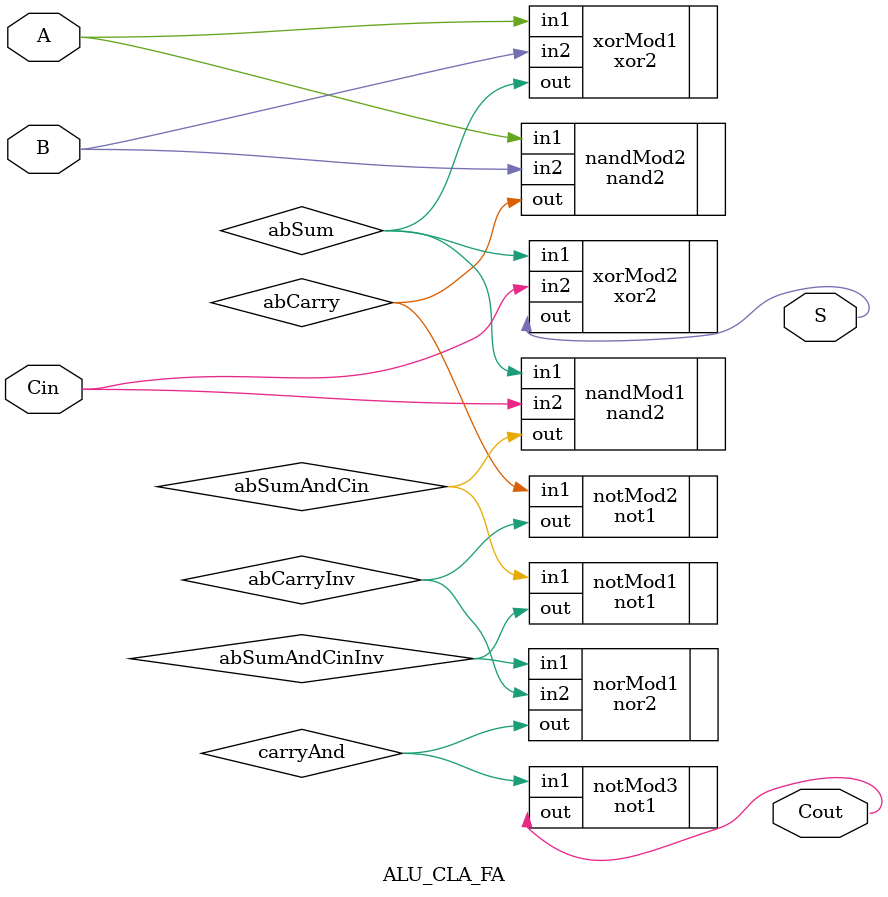
<source format=v>
/********************************************************************************************************
/		MODULE: ALU_CLA_FA - Carry Look-ahead Full Adder
/		PURPOSE: Given three one bit inputs, creates sum and propagate and generate signals
/
/		INPUTS: A - First Operand
/				B - Second Operand
/				Cin - Carry in
/
/		OUTPUTS: S - Sum of Adddition
/				 P - Propagate 
/				 G - Generate
********************************************************************************************************/
module ALU_CLA_FA(A,B,Cin,S,Cout);
input A,B,Cin;
output S,Cout;

wire abSum,abSumAndCin,abSumAndCinInv,abCarry,abCarryIn,carryAnd;

// Going off picture created in Notebook (look there for reference)
xor2 xorMod1(.in1(A),.in2(B),.out(abSum));
xor2 xorMod2(.in1(abSum),.in2(Cin),.out(S));

nand2 nandMod1(.in1(abSum),.in2(Cin),.out(abSumAndCin));
not1 notMod1(.in1(abSumAndCin),.out(abSumAndCinInv));

nand2 nandMod2(.in1(A),.in2(B),.out(abCarry));
not1 notMod2(.in1(abCarry),.out(abCarryInv));

nor2 norMod1(.in1(abSumAndCinInv),.in2(abCarryInv),.out(carryAnd));
not1 notMod3(.in1(carryAnd),.out(Cout));

endmodule

</source>
